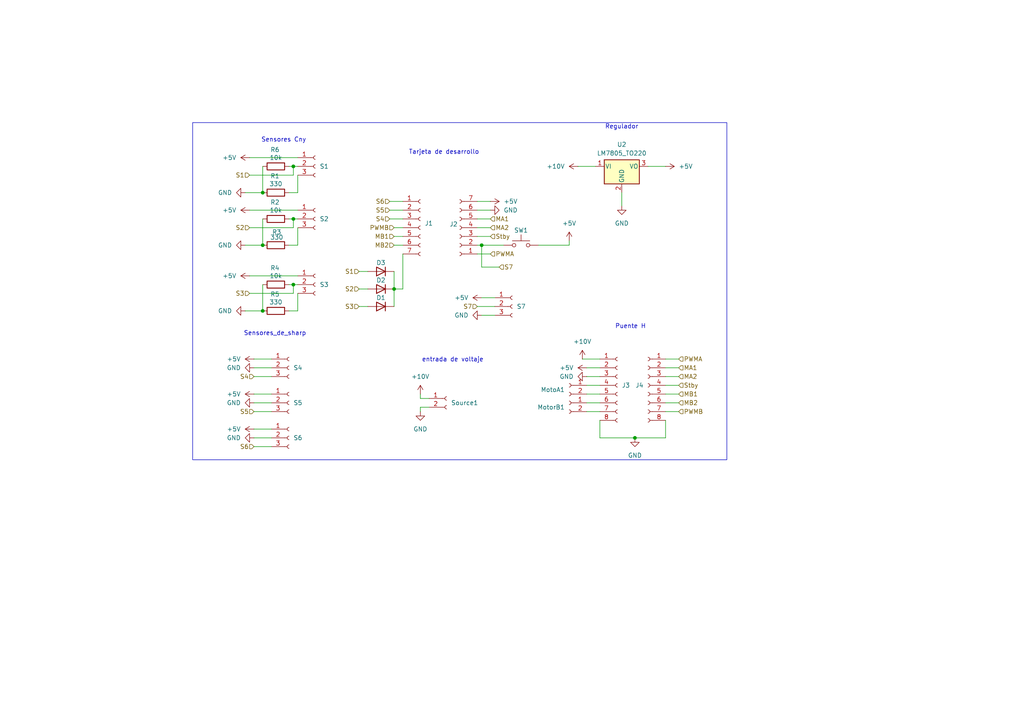
<source format=kicad_sch>
(kicad_sch (version 20250114) (generator "eeschema") (generator_version "9.0")
  (paper "A4")
  (lib_symbols
    (symbol "Connector:Conn_01x02_Socket" (pin_names (offset 1.016) (hide yes))
      (property "Reference" "J" (at 0 2.54 0))
      (property "Value" "Conn_01x02_Socket" (at 0 -5.08 0))
      (symbol "Conn_01x02_Socket_1_1"
        (polyline (pts (xy -1.27 0) (xy -0.508 0)) (stroke (width 0.1524)))
        (polyline (pts (xy -1.27 -2.54) (xy -0.508 -2.54)) (stroke (width 0.1524)))
        (arc (start 0 -0.508) (mid -0.5058 0) (end 0 0.508) (stroke (width 0.1524)))
        (arc (start 0 -3.048) (mid -0.5058 -2.54) (end 0 -2.032) (stroke (width 0.1524)))
        (pin passive line (at -5.08 0 0) (length 3.81) (name "Pin_1") (number "1"))
        (pin passive line (at -5.08 -2.54 0) (length 3.81) (name "Pin_2") (number "2"))
      )
    )
    (symbol "Connector:Conn_01x03_Socket" (pin_names (offset 1.016) (hide yes))
      (property "Reference" "J" (at 0 5.08 0))
      (property "Value" "Conn_01x03_Socket" (at 0 -5.08 0))
      (symbol "Conn_01x03_Socket_1_1"
        (polyline (pts (xy -1.27 2.54) (xy -0.508 2.54)) (stroke (width 0.1524)))
        (polyline (pts (xy -1.27 0) (xy -0.508 0)) (stroke (width 0.1524)))
        (polyline (pts (xy -1.27 -2.54) (xy -0.508 -2.54)) (stroke (width 0.1524)))
        (arc (start 0 2.032) (mid -0.5058 2.54) (end 0 3.048) (stroke (width 0.1524)))
        (arc (start 0 -0.508) (mid -0.5058 0) (end 0 0.508) (stroke (width 0.1524)))
        (arc (start 0 -3.048) (mid -0.5058 -2.54) (end 0 -2.032) (stroke (width 0.1524)))
        (pin passive line (at -5.08 2.54 0) (length 3.81) (name "Pin_1") (number "1"))
        (pin passive line (at -5.08 0 0) (length 3.81) (name "Pin_2") (number "2"))
        (pin passive line (at -5.08 -2.54 0) (length 3.81) (name "Pin_3") (number "3"))
      )
    )
    (symbol "Connector:Conn_01x07_Socket" (pin_names (offset 1.016) (hide yes))
      (property "Reference" "J" (at 0 10.16 0))
      (property "Value" "Conn_01x07_Socket" (at 0 -10.16 0))
      (symbol "Conn_01x07_Socket_1_1"
        (polyline (pts (xy -1.27 7.62) (xy -0.508 7.62)) (stroke (width 0.1524)))
        (polyline (pts (xy -1.27 5.08) (xy -0.508 5.08)) (stroke (width 0.1524)))
        (polyline (pts (xy -1.27 2.54) (xy -0.508 2.54)) (stroke (width 0.1524)))
        (polyline (pts (xy -1.27 0) (xy -0.508 0)) (stroke (width 0.1524)))
        (polyline (pts (xy -1.27 -2.54) (xy -0.508 -2.54)) (stroke (width 0.1524)))
        (polyline (pts (xy -1.27 -5.08) (xy -0.508 -5.08)) (stroke (width 0.1524)))
        (polyline (pts (xy -1.27 -7.62) (xy -0.508 -7.62)) (stroke (width 0.1524)))
        (arc (start 0 7.112) (mid -0.5058 7.62) (end 0 8.128) (stroke (width 0.1524)))
        (arc (start 0 4.572) (mid -0.5058 5.08) (end 0 5.588) (stroke (width 0.1524)))
        (arc (start 0 2.032) (mid -0.5058 2.54) (end 0 3.048) (stroke (width 0.1524)))
        (arc (start 0 -0.508) (mid -0.5058 0) (end 0 0.508) (stroke (width 0.1524)))
        (arc (start 0 -3.048) (mid -0.5058 -2.54) (end 0 -2.032) (stroke (width 0.1524)))
        (arc (start 0 -5.588) (mid -0.5058 -5.08) (end 0 -4.572) (stroke (width 0.1524)))
        (arc (start 0 -8.128) (mid -0.5058 -7.62) (end 0 -7.112) (stroke (width 0.1524)))
        (pin passive line (at -5.08 7.62 0) (length 3.81) (name "Pin_1") (number "1"))
        (pin passive line (at -5.08 5.08 0) (length 3.81) (name "Pin_2") (number "2"))
        (pin passive line (at -5.08 2.54 0) (length 3.81) (name "Pin_3") (number "3"))
        (pin passive line (at -5.08 0 0) (length 3.81) (name "Pin_4") (number "4"))
        (pin passive line (at -5.08 -2.54 0) (length 3.81) (name "Pin_5") (number "5"))
        (pin passive line (at -5.08 -5.08 0) (length 3.81) (name "Pin_6") (number "6"))
        (pin passive line (at -5.08 -7.62 0) (length 3.81) (name "Pin_7") (number "7"))
      )
    )
    (symbol "Connector:Conn_01x08_Socket" (pin_names (offset 1.016) (hide yes))
      (property "Reference" "J" (at 0 10.16 0))
      (property "Value" "Conn_01x08_Socket" (at 0 -12.7 0))
      (symbol "Conn_01x08_Socket_1_1"
        (polyline (pts (xy -1.27 7.62) (xy -0.508 7.62)) (stroke (width 0.1524)))
        (polyline (pts (xy -1.27 5.08) (xy -0.508 5.08)) (stroke (width 0.1524)))
        (polyline (pts (xy -1.27 2.54) (xy -0.508 2.54)) (stroke (width 0.1524)))
        (polyline (pts (xy -1.27 0) (xy -0.508 0)) (stroke (width 0.1524)))
        (polyline (pts (xy -1.27 -2.54) (xy -0.508 -2.54)) (stroke (width 0.1524)))
        (polyline (pts (xy -1.27 -5.08) (xy -0.508 -5.08)) (stroke (width 0.1524)))
        (polyline (pts (xy -1.27 -7.62) (xy -0.508 -7.62)) (stroke (width 0.1524)))
        (polyline (pts (xy -1.27 -10.16) (xy -0.508 -10.16)) (stroke (width 0.1524)))
        (arc (start 0 7.112) (mid -0.5058 7.62) (end 0 8.128) (stroke (width 0.1524)))
        (arc (start 0 4.572) (mid -0.5058 5.08) (end 0 5.588) (stroke (width 0.1524)))
        (arc (start 0 2.032) (mid -0.5058 2.54) (end 0 3.048) (stroke (width 0.1524)))
        (arc (start 0 -0.508) (mid -0.5058 0) (end 0 0.508) (stroke (width 0.1524)))
        (arc (start 0 -3.048) (mid -0.5058 -2.54) (end 0 -2.032) (stroke (width 0.1524)))
        (arc (start 0 -5.588) (mid -0.5058 -5.08) (end 0 -4.572) (stroke (width 0.1524)))
        (arc (start 0 -8.128) (mid -0.5058 -7.62) (end 0 -7.112) (stroke (width 0.1524)))
        (arc (start 0 -10.668) (mid -0.5058 -10.16) (end 0 -9.652) (stroke (width 0.1524)))
        (pin passive line (at -5.08 7.62 0) (length 3.81) (name "Pin_1") (number "1"))
        (pin passive line (at -5.08 5.08 0) (length 3.81) (name "Pin_2") (number "2"))
        (pin passive line (at -5.08 2.54 0) (length 3.81) (name "Pin_3") (number "3"))
        (pin passive line (at -5.08 0 0) (length 3.81) (name "Pin_4") (number "4"))
        (pin passive line (at -5.08 -2.54 0) (length 3.81) (name "Pin_5") (number "5"))
        (pin passive line (at -5.08 -5.08 0) (length 3.81) (name "Pin_6") (number "6"))
        (pin passive line (at -5.08 -7.62 0) (length 3.81) (name "Pin_7") (number "7"))
        (pin passive line (at -5.08 -10.16 0) (length 3.81) (name "Pin_8") (number "8"))
      )
    )
    (symbol "Device:R" (pin_numbers (hide yes)) (pin_names (offset 0))
      (property "Reference" "R" (at 2.032 0 90))
      (property "Value" "R" (at 0 0 90))
      (symbol "R_0_1"
        (rectangle (start -1.016 -2.54) (end 1.016 2.54) (stroke (width 0.254)))
      )
      (symbol "R_1_1"
        (pin passive line (at 0 3.81 270) (length 1.27) (name "~") (number "1"))
        (pin passive line (at 0 -3.81 90) (length 1.27) (name "~") (number "2"))
      )
    )
    (symbol "Diode:1N4001" (pin_numbers (hide yes)) (pin_names (hide yes))
      (property "Reference" "D" (at 0 2.54 0))
      (property "Value" "1N4001" (at 0 -2.54 0))
      (symbol "1N4001_0_1"
        (polyline (pts (xy -1.27 1.27) (xy -1.27 -1.27)) (stroke (width 0.254)))
        (polyline (pts (xy 1.27 1.27) (xy 1.27 -1.27) (xy -1.27 0) (xy 1.27 1.27)) (stroke (width 0.254)))
        (polyline (pts (xy 1.27 0) (xy -1.27 0)))
      )
      (symbol "1N4001_1_1"
        (pin passive line (at -3.81 0 0) (length 2.54) (name "K") (number "1"))
        (pin passive line (at 3.81 0 180) (length 2.54) (name "A") (number "2"))
      )
    )
    (symbol "Regulator_Linear:LM7805_TO220" (pin_names (offset 0.254))
      (property "Reference" "U" (at -3.81 3.175 0))
      (property "Value" "LM7805_TO220" (at 0 3.175 0))
      (symbol "LM7805_TO220_0_1"
        (rectangle (start -5.08 1.905) (end 5.08 -5.08) (stroke (width 0.254)) (fill (type background)))
      )
      (symbol "LM7805_TO220_1_1"
        (pin power_in line (at -7.62 0 0) (length 2.54) (name "VI") (number "1"))
        (pin power_in line (at 0 -7.62 90) (length 2.54) (name "GND") (number "2"))
        (pin power_out line (at 7.62 0 180) (length 2.54) (name "VO") (number "3"))
      )
    )
    (symbol "Switch:SW_Push" (pin_numbers (hide yes)) (pin_names (offset 1.016) (hide yes))
      (property "Reference" "SW" (at 1.27 2.54 0))
      (property "Value" "SW_Push" (at 0 -1.524 0))
      (symbol "SW_Push_0_1"
        (circle (center -2.032 0) (radius 0.508))
        (polyline (pts (xy 0 1.27) (xy 0 3.048)))
        (circle (center 2.032 0) (radius 0.508))
        (polyline (pts (xy 2.54 1.27) (xy -2.54 1.27)))
        (pin passive line (at -5.08 0 0) (length 2.54) (name "1") (number "1"))
        (pin passive line (at 5.08 0 180) (length 2.54) (name "2") (number "2"))
      )
    )
    (symbol "power:+10V" (power) (pin_numbers (hide yes)) (pin_names (offset 0) (hide yes))
      (property "Value" "+10V" (at 0 3.556 0))
      (symbol "+10V_0_1"
        (polyline (pts (xy -0.762 1.27) (xy 0 2.54)))
        (polyline (pts (xy 0 2.54) (xy 0.762 1.27)))
        (polyline (pts (xy 0 0) (xy 0 2.54)))
      )
      (symbol "+10V_1_1"
        (pin power_in line (at 0 0 90) (length 0) (name "~") (number "1"))
      )
    )
    (symbol "power:+5V" (power) (pin_numbers (hide yes)) (pin_names (offset 0) (hide yes))
      (property "Value" "+5V" (at 0 3.556 0))
      (symbol "+5V_0_1"
        (polyline (pts (xy -0.762 1.27) (xy 0 2.54)))
        (polyline (pts (xy 0 2.54) (xy 0.762 1.27)))
        (polyline (pts (xy 0 0) (xy 0 2.54)))
      )
      (symbol "+5V_1_1"
        (pin power_in line (at 0 0 90) (length 0) (name "~") (number "1"))
      )
    )
    (symbol "power:GND" (power) (pin_numbers (hide yes)) (pin_names (offset 0) (hide yes))
      (property "Value" "GND" (at 0 -3.81 0))
      (symbol "GND_0_1"
        (polyline (pts (xy 0 0) (xy 0 -1.27) (xy 1.27 -1.27) (xy 0 -2.54) (xy -1.27 -1.27) (xy 0 -1.27)))
      )
      (symbol "GND_1_1"
        (pin power_in line (at 0 0 270) (length 0) (name "~") (number "1"))
      )
    )
  )
  (rectangle (start 55.88 35.56) (end 210.82 133.35))
  (text "Sensores Cny\n" (at 82.296 40.64 0) (effects (font (size 1.27 1.27))))
  (text "entrada de voltaje\n" (at 131.318 104.394 0) (effects (font (size 1.27 1.27))))
  (text "Puente H" (at 182.88 94.742 0) (effects (font (size 1.27 1.27))))
  (text "Sensores_de_sharp\n" (at 79.756 96.774 0) (effects (font (size 1.27 1.27))))
  (text "Regulador\n" (at 180.34 36.83 0) (effects (font (size 1.27 1.27))))
  (text "Tarjeta de desarrollo" (at 128.778 44.196 0) (effects (font (size 1.27 1.27))))
  (junction (at 76.2 55.88))
  (junction (at 85.09 82.55))
  (junction (at 76.2 71.12))
  (junction (at 114.3 83.82))
  (junction (at 139.7 71.12))
  (junction (at 184.15 127))
  (junction (at 76.2 90.17))
  (junction (at 85.09 63.5))
  (junction (at 85.09 48.26))
  (wire (pts (xy 113.03 63.5) (xy 116.84 63.5)))
  (wire (pts (xy 165.1 71.12) (xy 165.1 69.85)))
  (wire (pts (xy 114.3 83.82) (xy 114.3 88.9)))
  (wire (pts (xy 86.36 66.04) (xy 86.36 71.12)))
  (wire (pts (xy 144.78 77.47) (xy 139.7 77.47)))
  (wire (pts (xy 138.43 60.96) (xy 142.24 60.96)))
  (wire (pts (xy 113.03 60.96) (xy 116.84 60.96)))
  (wire (pts (xy 85.09 50.8) (xy 85.09 48.26)))
  (wire (pts (xy 83.82 63.5) (xy 85.09 63.5)))
  (wire (pts (xy 170.18 106.68) (xy 173.99 106.68)))
  (wire (pts (xy 124.46 118.11) (xy 121.92 118.11)))
  (wire (pts (xy 184.15 127) (xy 173.99 127)))
  (wire (pts (xy 193.04 119.38) (xy 196.85 119.38)))
  (wire (pts (xy 173.99 127) (xy 173.99 121.92)))
  (wire (pts (xy 104.14 83.82) (xy 106.68 83.82)))
  (wire (pts (xy 138.43 88.9) (xy 143.51 88.9)))
  (wire (pts (xy 187.96 48.26) (xy 193.04 48.26)))
  (wire (pts (xy 167.64 48.26) (xy 172.72 48.26)))
  (wire (pts (xy 170.18 109.22) (xy 173.99 109.22)))
  (wire (pts (xy 86.36 50.8) (xy 86.36 55.88)))
  (wire (pts (xy 193.04 104.14) (xy 196.85 104.14)))
  (wire (pts (xy 193.04 121.92) (xy 193.04 127)))
  (wire (pts (xy 193.04 114.3) (xy 196.85 114.3)))
  (wire (pts (xy 170.18 111.76) (xy 173.99 111.76)))
  (wire (pts (xy 114.3 71.12) (xy 116.84 71.12)))
  (wire (pts (xy 71.12 90.17) (xy 76.2 90.17)))
  (wire (pts (xy 86.36 71.12) (xy 83.82 71.12)))
  (wire (pts (xy 121.92 115.57) (xy 121.92 114.3)))
  (wire (pts (xy 73.66 119.38) (xy 78.74 119.38)))
  (wire (pts (xy 72.39 50.8) (xy 85.09 50.8)))
  (wire (pts (xy 86.36 90.17) (xy 83.82 90.17)))
  (wire (pts (xy 86.36 55.88) (xy 83.82 55.88)))
  (wire (pts (xy 138.43 63.5) (xy 142.24 63.5)))
  (wire (pts (xy 71.12 55.88) (xy 76.2 55.88)))
  (wire (pts (xy 168.91 104.14) (xy 173.99 104.14)))
  (wire (pts (xy 72.39 85.09) (xy 85.09 85.09)))
  (wire (pts (xy 114.3 66.04) (xy 116.84 66.04)))
  (wire (pts (xy 73.66 124.46) (xy 78.74 124.46)))
  (wire (pts (xy 139.7 86.36) (xy 143.51 86.36)))
  (wire (pts (xy 83.82 82.55) (xy 85.09 82.55)))
  (wire (pts (xy 76.2 48.26) (xy 76.2 55.88)))
  (wire (pts (xy 83.82 48.26) (xy 85.09 48.26)))
  (wire (pts (xy 193.04 109.22) (xy 196.85 109.22)))
  (wire (pts (xy 73.66 106.68) (xy 78.74 106.68)))
  (wire (pts (xy 85.09 48.26) (xy 86.36 48.26)))
  (wire (pts (xy 104.14 88.9) (xy 106.68 88.9)))
  (wire (pts (xy 121.92 118.11) (xy 121.92 119.38)))
  (wire (pts (xy 193.04 127) (xy 184.15 127)))
  (wire (pts (xy 85.09 82.55) (xy 86.36 82.55)))
  (wire (pts (xy 114.3 78.74) (xy 114.3 83.82)))
  (wire (pts (xy 73.66 116.84) (xy 78.74 116.84)))
  (wire (pts (xy 139.7 77.47) (xy 139.7 71.12)))
  (wire (pts (xy 193.04 111.76) (xy 196.85 111.76)))
  (wire (pts (xy 72.39 66.04) (xy 85.09 66.04)))
  (wire (pts (xy 85.09 66.04) (xy 85.09 63.5)))
  (wire (pts (xy 170.18 119.38) (xy 173.99 119.38)))
  (wire (pts (xy 72.39 60.96) (xy 86.36 60.96)))
  (wire (pts (xy 113.03 58.42) (xy 116.84 58.42)))
  (wire (pts (xy 124.46 115.57) (xy 121.92 115.57)))
  (wire (pts (xy 193.04 116.84) (xy 196.85 116.84)))
  (wire (pts (xy 86.36 85.09) (xy 86.36 90.17)))
  (wire (pts (xy 170.18 114.3) (xy 173.99 114.3)))
  (wire (pts (xy 85.09 85.09) (xy 85.09 82.55)))
  (wire (pts (xy 71.12 71.12) (xy 76.2 71.12)))
  (wire (pts (xy 73.66 129.54) (xy 78.74 129.54)))
  (wire (pts (xy 139.7 91.44) (xy 143.51 91.44)))
  (wire (pts (xy 114.3 68.58) (xy 116.84 68.58)))
  (wire (pts (xy 116.84 83.82) (xy 114.3 83.82)))
  (wire (pts (xy 76.2 63.5) (xy 76.2 71.12)))
  (wire (pts (xy 156.21 71.12) (xy 165.1 71.12)))
  (wire (pts (xy 138.43 58.42) (xy 142.24 58.42)))
  (wire (pts (xy 73.66 109.22) (xy 78.74 109.22)))
  (wire (pts (xy 138.43 73.66) (xy 142.24 73.66)))
  (wire (pts (xy 73.66 114.3) (xy 78.74 114.3)))
  (wire (pts (xy 139.7 71.12) (xy 146.05 71.12)))
  (wire (pts (xy 73.66 127) (xy 78.74 127)))
  (wire (pts (xy 138.43 68.58) (xy 142.24 68.58)))
  (wire (pts (xy 72.39 80.01) (xy 86.36 80.01)))
  (wire (pts (xy 76.2 82.55) (xy 76.2 90.17)))
  (wire (pts (xy 138.43 66.04) (xy 142.24 66.04)))
  (wire (pts (xy 193.04 106.68) (xy 196.85 106.68)))
  (wire (pts (xy 72.39 45.72) (xy 86.36 45.72)))
  (wire (pts (xy 104.14 78.74) (xy 106.68 78.74)))
  (wire (pts (xy 138.43 71.12) (xy 139.7 71.12)))
  (wire (pts (xy 170.18 116.84) (xy 173.99 116.84)))
  (wire (pts (xy 85.09 63.5) (xy 86.36 63.5)))
  (wire (pts (xy 180.34 55.88) (xy 180.34 59.69)))
  (wire (pts (xy 73.66 104.14) (xy 78.74 104.14)))
  (wire (pts (xy 116.84 73.66) (xy 116.84 83.82)))
  (hierarchical_label "PWMB" (shape input) (at 114.3 66.04 180))
  (hierarchical_label "Stby" (shape input) (at 196.85 111.76 0))
  (hierarchical_label "MA1" (shape input) (at 142.24 63.5 0))
  (hierarchical_label "MB2" (shape input) (at 196.85 116.84 0))
  (hierarchical_label "S5" (shape input) (at 113.03 60.96 180))
  (hierarchical_label "S1" (shape input) (at 72.39 50.8 180))
  (hierarchical_label "S5" (shape input) (at 73.66 119.38 180))
  (hierarchical_label "S4" (shape input) (at 73.66 109.22 180))
  (hierarchical_label "S4" (shape input) (at 113.03 63.5 180))
  (hierarchical_label "MA2" (shape input) (at 142.24 66.04 0))
  (hierarchical_label "PWMB" (shape input) (at 196.85 119.38 0))
  (hierarchical_label "MA2" (shape input) (at 196.85 109.22 0))
  (hierarchical_label "S3" (shape input) (at 104.14 88.9 180))
  (hierarchical_label "S2" (shape input) (at 72.39 66.04 180))
  (hierarchical_label "MB1" (shape input) (at 196.85 114.3 0))
  (hierarchical_label "PWMA" (shape input) (at 196.85 104.14 0))
  (hierarchical_label "S2" (shape input) (at 104.14 83.82 180))
  (hierarchical_label "Stby" (shape input) (at 142.24 68.58 0))
  (hierarchical_label "MB2" (shape input) (at 114.3 71.12 180))
  (hierarchical_label "S6" (shape input) (at 73.66 129.54 180))
  (hierarchical_label "MA1" (shape input) (at 196.85 106.68 0))
  (hierarchical_label "S1" (shape input) (at 104.14 78.74 180))
  (hierarchical_label "PWMA" (shape input) (at 142.24 73.66 0))
  (hierarchical_label "MB1" (shape input) (at 114.3 68.58 180))
  (hierarchical_label "S7" (shape input) (at 138.43 88.9 180))
  (hierarchical_label "S7" (shape input) (at 144.78 77.47 0))
  (hierarchical_label "S6" (shape input) (at 113.03 58.42 180))
  (hierarchical_label "S3" (shape input) (at 72.39 85.09 180))
  (symbol (lib_id "power:+5V") (at 72.39 80.01 90) (unit 1)
    (property "Reference" "#PWR015" (effects (hide yes)))
    (property "Value" "+5V" (at 68.58 80.0099 90) (effects (justify left)))
    (property "Description" "Power symbol creates a global label with name \"+5V\"" (effects (hide yes)))
  )
  (symbol (lib_id "Connector:Conn_01x08_Socket") (at 179.07 111.76 0) (unit 1)
    (property "Reference" "J3" (at 180.34 111.7599 0) (effects (justify left)))
    (property "Value" "Conn_01x08_Socket" (effects (hide yes)))
    (property "Footprint" "Connector_PinSocket_2.54mm:PinSocket_1x08_P2.54mm_Vertical" (effects (hide yes)))
    (property "Description" "Generic connector, single row, 01x08, script generated" (effects (hide yes)))
  )
  (symbol (lib_id "Connector:Conn_01x07_Socket") (at 133.35 66.04 180) (unit 1)
    (property "Reference" "J2" (at 131.572 65.024 0))
    (property "Value" "Conn_01x07_Socket" (effects (hide yes)))
    (property "Footprint" "Connector_PinSocket_2.54mm:PinSocket_1x07_P2.54mm_Vertical" (effects (hide yes)))
    (property "Description" "Generic connector, single row, 01x07, script generated" (effects (hide yes)))
  )
  (symbol (lib_id "power:+10V") (at 168.91 104.14 0) (unit 1)
    (property "Reference" "#PWR01" (effects (hide yes)))
    (property "Value" "+10V" (at 168.91 99.06 0))
    (property "Description" "Power symbol creates a global label with name \"+10V\"" (effects (hide yes)))
  )
  (symbol (lib_id "power:GND") (at 142.24 60.96 90) (unit 1)
    (property "Reference" "#PWR019" (effects (hide yes)))
    (property "Value" "GND" (at 146.05 60.9599 90) (effects (justify right)))
    (property "Description" "Power symbol creates a global label with name \"GND\" , ground" (effects (hide yes)))
  )
  (symbol (lib_id "Device:R") (at 80.01 48.26 90) (unit 1)
    (property "Reference" "R6" (at 79.756 43.434 90))
    (property "Value" "10k" (at 80.01 45.72 90))
    (property "Footprint" "Resistor_SMD:R_0805_2012Metric_Pad1.20x1.40mm_HandSolder" (effects (hide yes)))
    (property "Description" "Resistor" (effects (hide yes)))
  )
  (symbol (lib_id "power:+5V") (at 142.24 58.42 270) (unit 1)
    (property "Reference" "#PWR020" (effects (hide yes)))
    (property "Value" "+5V" (at 146.05 58.4199 90) (effects (justify left)))
    (property "Description" "Power symbol creates a global label with name \"+5V\"" (effects (hide yes)))
  )
  (symbol (lib_id "power:+5V") (at 139.7 86.36 90) (unit 1)
    (property "Reference" "#PWR026" (effects (hide yes)))
    (property "Value" "+5V" (at 135.89 86.3599 90) (effects (justify left)))
    (property "Description" "Power symbol creates a global label with name \"+5V\"" (effects (hide yes)))
  )
  (symbol (lib_id "power:GND") (at 139.7 91.44 270) (unit 1)
    (property "Reference" "#PWR025" (effects (hide yes)))
    (property "Value" "GND" (at 135.89 91.4399 90) (effects (justify right)))
    (property "Description" "Power symbol creates a global label with name \"GND\" , ground" (effects (hide yes)))
  )
  (symbol (lib_id "Connector:Conn_01x03_Socket") (at 91.44 48.26 0) (unit 1)
    (property "Reference" "S1" (at 92.71 48.2599 0) (effects (justify left)))
    (property "Value" "Conn_01x03_Socket" (effects (hide yes)))
    (property "Footprint" "Connector_JST:JST_XH_B3B-XH-A_1x03_P2.50mm_Vertical" (effects (hide yes)))
    (property "Description" "Generic connector, single row, 01x03, script generated" (effects (hide yes)))
  )
  (symbol (lib_id "power:GND") (at 121.92 119.38 0) (unit 1)
    (property "Reference" "#PWR011" (effects (hide yes)))
    (property "Value" "GND" (at 121.92 124.46 0))
    (property "Description" "Power symbol creates a global label with name \"GND\" , ground" (effects (hide yes)))
  )
  (symbol (lib_id "Connector:Conn_01x02_Socket") (at 129.54 115.57 0) (unit 1)
    (property "Reference" "Source1" (at 130.81 116.8399 0) (effects (justify left)))
    (property "Value" "Conn_01x02_Socket" (effects (hide yes)))
    (property "Footprint" "Connector_JST:JST_XH_B2B-XH-A_1x02_P2.50mm_Vertical" (effects (hide yes)))
    (property "Description" "Generic connector, single row, 01x02, script generated" (effects (hide yes)))
  )
  (symbol (lib_id "Switch:SW_Push") (at 151.13 71.12 0) (mirror y) (unit 1)
    (property "Reference" "SW1" (at 151.13 66.802 0))
    (property "Value" "SW_Push" (effects (hide yes)))
    (property "Footprint" "Button_Switch_THT:SW_PUSH_1P1T_6x3.5mm_H5.0_APEM_MJTP1250" (effects (hide yes)))
    (property "Description" "Push button switch, generic, two pins" (effects (hide yes)))
  )
  (symbol (lib_id "power:+5V") (at 72.39 45.72 90) (unit 1)
    (property "Reference" "#PWR013" (effects (hide yes)))
    (property "Value" "+5V" (at 68.58 45.7199 90) (effects (justify left)))
    (property "Description" "Power symbol creates a global label with name \"+5V\"" (effects (hide yes)))
  )
  (symbol (lib_id "Diode:1N4001") (at 110.49 88.9 180) (unit 1)
    (property "Reference" "D1" (at 110.49 86.36 0))
    (property "Value" "1N4001" (effects (hide yes)))
    (property "Footprint" "Diode_THT:D_DO-41_SOD81_P5.08mm_Vertical_KathodeUp" (effects (hide yes)))
    (property "Datasheet" "http://www.vishay.com/docs/88503/1n4001.pdf" (effects (hide yes)))
    (property "Description" "50V 1A General Purpose Rectifier Diode, DO-41" (effects (hide yes)))
    (property "Sim.Device" "D" (effects (hide yes)))
    (property "Sim.Pins" "1=K 2=A" (effects (hide yes)))
  )
  (symbol (lib_id "power:+5V") (at 165.1 69.85 0) (mirror y) (unit 1)
    (property "Reference" "#PWR021" (effects (hide yes)))
    (property "Value" "+5V" (at 165.1 64.77 0))
    (property "Description" "Power symbol creates a global label with name \"+5V\"" (effects (hide yes)))
  )
  (symbol (lib_id "power:GND") (at 180.34 59.69 0) (unit 1)
    (property "Reference" "#PWR08" (effects (hide yes)))
    (property "Value" "GND" (at 180.34 64.77 0))
    (property "Description" "Power symbol creates a global label with name \"GND\" , ground" (effects (hide yes)))
  )
  (symbol (lib_id "Connector:Conn_01x03_Socket") (at 83.82 116.84 0) (unit 1)
    (property "Reference" "S5" (at 85.09 116.8399 0) (effects (justify left)))
    (property "Value" "Conn_01x03_Socket" (effects (hide yes)))
    (property "Footprint" "Connector_JST:JST_XH_B3B-XH-A_1x03_P2.50mm_Vertical" (effects (hide yes)))
    (property "Description" "Generic connector, single row, 01x03, script generated" (effects (hide yes)))
  )
  (symbol (lib_id "power:+5V") (at 73.66 104.14 90) (unit 1)
    (property "Reference" "#PWR016" (effects (hide yes)))
    (property "Value" "+5V" (at 69.85 104.1399 90) (effects (justify left)))
    (property "Description" "Power symbol creates a global label with name \"+5V\"" (effects (hide yes)))
  )
  (symbol (lib_id "Device:R") (at 80.01 55.88 90) (unit 1)
    (property "Reference" "R1" (at 79.756 51.054 90))
    (property "Value" "330" (at 80.01 53.34 90))
    (property "Footprint" "Resistor_SMD:R_0805_2012Metric_Pad1.20x1.40mm_HandSolder" (effects (hide yes)))
    (property "Description" "Resistor" (effects (hide yes)))
  )
  (symbol (lib_id "power:GND") (at 71.12 90.17 270) (unit 1)
    (property "Reference" "#PWR07" (effects (hide yes)))
    (property "Value" "GND" (at 67.31 90.1699 90) (effects (justify right)))
    (property "Description" "Power symbol creates a global label with name \"GND\" , ground" (effects (hide yes)))
  )
  (symbol (lib_id "power:+5V") (at 193.04 48.26 270) (unit 1)
    (property "Reference" "#PWR012" (effects (hide yes)))
    (property "Value" "+5V" (at 196.85 48.2599 90) (effects (justify left)))
    (property "Description" "Power symbol creates a global label with name \"+5V\"" (effects (hide yes)))
  )
  (symbol (lib_id "power:+5V") (at 72.39 60.96 90) (unit 1)
    (property "Reference" "#PWR06" (effects (hide yes)))
    (property "Value" "+5V" (at 68.58 60.9599 90) (effects (justify left)))
    (property "Description" "Power symbol creates a global label with name \"+5V\"" (effects (hide yes)))
  )
  (symbol (lib_id "power:+5V") (at 170.18 106.68 90) (unit 1)
    (property "Reference" "#PWR04" (effects (hide yes)))
    (property "Value" "+5V" (at 166.37 106.6799 90) (effects (justify left)))
    (property "Description" "Power symbol creates a global label with name \"+5V\"" (effects (hide yes)))
  )
  (symbol (lib_id "power:+10V") (at 167.64 48.26 90) (unit 1)
    (property "Reference" "#PWR09" (effects (hide yes)))
    (property "Value" "+10V" (at 163.83 48.2599 90) (effects (justify left)))
    (property "Description" "Power symbol creates a global label with name \"+10V\"" (effects (hide yes)))
  )
  (symbol (lib_id "power:GND") (at 71.12 71.12 270) (unit 1)
    (property "Reference" "#PWR05" (effects (hide yes)))
    (property "Value" "GND" (at 67.31 71.1199 90) (effects (justify right)))
    (property "Description" "Power symbol creates a global label with name \"GND\" , ground" (effects (hide yes)))
  )
  (symbol (lib_id "power:GND") (at 170.18 109.22 270) (unit 1)
    (property "Reference" "#PWR02" (effects (hide yes)))
    (property "Value" "GND" (at 166.37 109.2199 90) (effects (justify right)))
    (property "Description" "Power symbol creates a global label with name \"GND\" , ground" (effects (hide yes)))
  )
  (symbol (lib_id "Connector:Conn_01x03_Socket") (at 83.82 106.68 0) (unit 1)
    (property "Reference" "S4" (at 85.09 106.6799 0) (effects (justify left)))
    (property "Value" "Conn_01x03_Socket" (effects (hide yes)))
    (property "Footprint" "Connector_JST:JST_XH_B3B-XH-A_1x03_P2.50mm_Vertical" (effects (hide yes)))
    (property "Description" "Generic connector, single row, 01x03, script generated" (effects (hide yes)))
  )
  (symbol (lib_id "power:GND") (at 184.15 127 0) (unit 1)
    (property "Reference" "#PWR03" (effects (hide yes)))
    (property "Value" "GND" (at 184.15 132.08 0))
    (property "Description" "Power symbol creates a global label with name \"GND\" , ground" (effects (hide yes)))
  )
  (symbol (lib_id "power:+5V") (at 73.66 114.3 90) (unit 1)
    (property "Reference" "#PWR018" (effects (hide yes)))
    (property "Value" "+5V" (at 69.85 114.2999 90) (effects (justify left)))
    (property "Description" "Power symbol creates a global label with name \"+5V\"" (effects (hide yes)))
  )
  (symbol (lib_id "power:GND") (at 73.66 127 270) (unit 1)
    (property "Reference" "#PWR024" (effects (hide yes)))
    (property "Value" "GND" (at 69.85 126.9999 90) (effects (justify right)))
    (property "Description" "Power symbol creates a global label with name \"GND\" , ground" (effects (hide yes)))
  )
  (symbol (lib_id "power:GND") (at 73.66 116.84 270) (unit 1)
    (property "Reference" "#PWR022" (effects (hide yes)))
    (property "Value" "GND" (at 69.85 116.8399 90) (effects (justify right)))
    (property "Description" "Power symbol creates a global label with name \"GND\" , ground" (effects (hide yes)))
  )
  (symbol (lib_id "power:GND") (at 73.66 106.68 270) (unit 1)
    (property "Reference" "#PWR017" (effects (hide yes)))
    (property "Value" "GND" (at 69.85 106.6799 90) (effects (justify right)))
    (property "Description" "Power symbol creates a global label with name \"GND\" , ground" (effects (hide yes)))
  )
  (symbol (lib_id "Device:R") (at 80.01 63.5 90) (unit 1)
    (property "Reference" "R2" (at 79.756 58.674 90))
    (property "Value" "10k" (at 80.01 60.96 90))
    (property "Footprint" "Resistor_SMD:R_0805_2012Metric_Pad1.20x1.40mm_HandSolder" (effects (hide yes)))
    (property "Description" "Resistor" (effects (hide yes)))
  )
  (symbol (lib_id "Diode:1N4001") (at 110.49 78.74 180) (unit 1)
    (property "Reference" "D3" (at 110.49 76.2 0))
    (property "Value" "1N4001" (effects (hide yes)))
    (property "Footprint" "Diode_THT:D_DO-41_SOD81_P5.08mm_Vertical_KathodeUp" (effects (hide yes)))
    (property "Datasheet" "http://www.vishay.com/docs/88503/1n4001.pdf" (effects (hide yes)))
    (property "Description" "50V 1A General Purpose Rectifier Diode, DO-41" (effects (hide yes)))
    (property "Sim.Device" "D" (effects (hide yes)))
    (property "Sim.Pins" "1=K 2=A" (effects (hide yes)))
  )
  (symbol (lib_id "power:GND") (at 71.12 55.88 270) (unit 1)
    (property "Reference" "#PWR014" (effects (hide yes)))
    (property "Value" "GND" (at 67.31 55.8799 90) (effects (justify right)))
    (property "Description" "Power symbol creates a global label with name \"GND\" , ground" (effects (hide yes)))
  )
  (symbol (lib_id "Connector:Conn_01x03_Socket") (at 148.59 88.9 0) (unit 1)
    (property "Reference" "S7" (at 149.86 88.8999 0) (effects (justify left)))
    (property "Value" "Conn_01x03_Socket" (effects (hide yes)))
    (property "Footprint" "Connector_PinHeader_2.54mm:PinHeader_1x03_P2.54mm_Vertical" (effects (hide yes)))
    (property "Description" "Generic connector, single row, 01x03, script generated" (effects (hide yes)))
  )
  (symbol (lib_id "Device:R") (at 80.01 90.17 90) (unit 1)
    (property "Reference" "R5" (at 79.756 85.344 90))
    (property "Value" "330" (at 80.01 87.63 90))
    (property "Footprint" "Resistor_SMD:R_0805_2012Metric_Pad1.20x1.40mm_HandSolder" (effects (hide yes)))
    (property "Description" "Resistor" (effects (hide yes)))
  )
  (symbol (lib_id "Connector:Conn_01x03_Socket") (at 91.44 63.5 0) (unit 1)
    (property "Reference" "S2" (at 92.71 63.4999 0) (effects (justify left)))
    (property "Value" "Conn_01x03_Socket" (effects (hide yes)))
    (property "Footprint" "Connector_JST:JST_XH_B3B-XH-A_1x03_P2.50mm_Vertical" (effects (hide yes)))
    (property "Description" "Generic connector, single row, 01x03, script generated" (effects (hide yes)))
  )
  (symbol (lib_id "Connector:Conn_01x07_Socket") (at 121.92 66.04 0) (unit 1)
    (property "Reference" "J1" (at 123.19 64.7699 0) (effects (justify left)))
    (property "Value" "Conn_01x07_Socket" (effects (hide yes)))
    (property "Footprint" "Connector_PinSocket_2.54mm:PinSocket_1x07_P2.54mm_Vertical" (effects (hide yes)))
    (property "Description" "Generic connector, single row, 01x07, script generated" (effects (hide yes)))
  )
  (symbol (lib_id "Device:R") (at 80.01 71.12 90) (unit 1)
    (property "Reference" "R3" (at 80.264 67.31 90))
    (property "Value" "330" (at 80.264 68.834 90))
    (property "Footprint" "Resistor_SMD:R_0805_2012Metric_Pad1.20x1.40mm_HandSolder" (effects (hide yes)))
    (property "Description" "Resistor" (effects (hide yes)))
  )
  (symbol (lib_id "Connector:Conn_01x03_Socket") (at 83.82 127 0) (unit 1)
    (property "Reference" "S6" (at 85.09 126.9999 0) (effects (justify left)))
    (property "Value" "Conn_01x03_Socket" (effects (hide yes)))
    (property "Footprint" "Connector_JST:JST_XH_B3B-XH-A_1x03_P2.50mm_Vertical" (effects (hide yes)))
    (property "Description" "Generic connector, single row, 01x03, script generated" (effects (hide yes)))
  )
  (symbol (lib_id "Connector:Conn_01x08_Socket") (at 187.96 111.76 0) (mirror y) (unit 1)
    (property "Reference" "J4" (at 186.69 111.7599 0) (effects (justify left)))
    (property "Value" "Conn_01x08_Socket" (effects (hide yes)))
    (property "Footprint" "Connector_PinSocket_2.54mm:PinSocket_1x08_P2.54mm_Vertical" (effects (hide yes)))
    (property "Description" "Generic connector, single row, 01x08, script generated" (effects (hide yes)))
  )
  (symbol (lib_id "Connector:Conn_01x02_Socket") (at 165.1 116.84 0) (mirror y) (unit 1)
    (property "Reference" "MotorB1" (at 163.83 118.1099 0) (effects (justify left)))
    (property "Value" "Conn_01x02_Socket" (effects (hide yes)))
    (property "Footprint" "Connector_JST:JST_XH_S2B-XH-A-1_1x02_P2.50mm_Horizontal" (effects (hide yes)))
    (property "Description" "Generic connector, single row, 01x02, script generated" (effects (hide yes)))
  )
  (symbol (lib_id "Connector:Conn_01x03_Socket") (at 91.44 82.55 0) (unit 1)
    (property "Reference" "S3" (at 92.71 82.5499 0) (effects (justify left)))
    (property "Value" "Conn_01x03_Socket" (effects (hide yes)))
    (property "Footprint" "Connector_JST:JST_XH_B3B-XH-A_1x03_P2.50mm_Vertical" (effects (hide yes)))
    (property "Description" "Generic connector, single row, 01x03, script generated" (effects (hide yes)))
  )
  (symbol (lib_id "power:+10V") (at 121.92 114.3 0) (unit 1)
    (property "Reference" "#PWR010" (effects (hide yes)))
    (property "Value" "+10V" (at 121.92 109.22 0))
    (property "Description" "Power symbol creates a global label with name \"+10V\"" (effects (hide yes)))
  )
  (symbol (lib_id "Device:R") (at 80.01 82.55 90) (unit 1)
    (property "Reference" "R4" (at 79.756 77.724 90))
    (property "Value" "10k" (at 80.01 80.01 90))
    (property "Footprint" "Resistor_SMD:R_0805_2012Metric_Pad1.20x1.40mm_HandSolder" (effects (hide yes)))
    (property "Description" "Resistor" (effects (hide yes)))
  )
  (symbol (lib_id "Regulator_Linear:LM7805_TO220") (at 180.34 48.26 0) (unit 1)
    (property "Reference" "U2" (at 180.34 41.91 0))
    (property "Value" "LM7805_TO220" (at 180.34 44.45 0))
    (property "Footprint" "Package_TO_SOT_THT:TO-220-3_Vertical" (effects (hide yes)))
    (property "Datasheet" "https://www.onsemi.cn/PowerSolutions/document/MC7800-D.PDF" (effects (hide yes)))
    (property "Description" "Positive 1A 35V Linear Regulator, Fixed Output 5V, TO-220" (effects (hide yes)))
  )
  (symbol (lib_id "Connector:Conn_01x02_Socket") (at 165.1 111.76 0) (mirror y) (unit 1)
    (property "Reference" "MotoA1" (at 163.83 113.0299 0) (effects (justify left)))
    (property "Value" "Conn_01x02_Socket" (effects (hide yes)))
    (property "Footprint" "Connector_JST:JST_XH_S2B-XH-A-1_1x02_P2.50mm_Horizontal" (effects (hide yes)))
    (property "Description" "Generic connector, single row, 01x02, script generated" (effects (hide yes)))
  )
  (symbol (lib_id "Diode:1N4001") (at 110.49 83.82 180) (unit 1)
    (property "Reference" "D2" (at 110.49 81.28 0))
    (property "Value" "1N4001" (effects (hide yes)))
    (property "Footprint" "Diode_THT:D_DO-41_SOD81_P5.08mm_Vertical_KathodeUp" (effects (hide yes)))
    (property "Datasheet" "http://www.vishay.com/docs/88503/1n4001.pdf" (effects (hide yes)))
    (property "Description" "50V 1A General Purpose Rectifier Diode, DO-41" (effects (hide yes)))
    (property "Sim.Device" "D" (effects (hide yes)))
    (property "Sim.Pins" "1=K 2=A" (effects (hide yes)))
  )
  (symbol (lib_id "power:+5V") (at 73.66 124.46 90) (unit 1)
    (property "Reference" "#PWR023" (effects (hide yes)))
    (property "Value" "+5V" (at 69.85 124.4599 90) (effects (justify left)))
    (property "Description" "Power symbol creates a global label with name \"+5V\"" (effects (hide yes)))
  )
)
</source>
